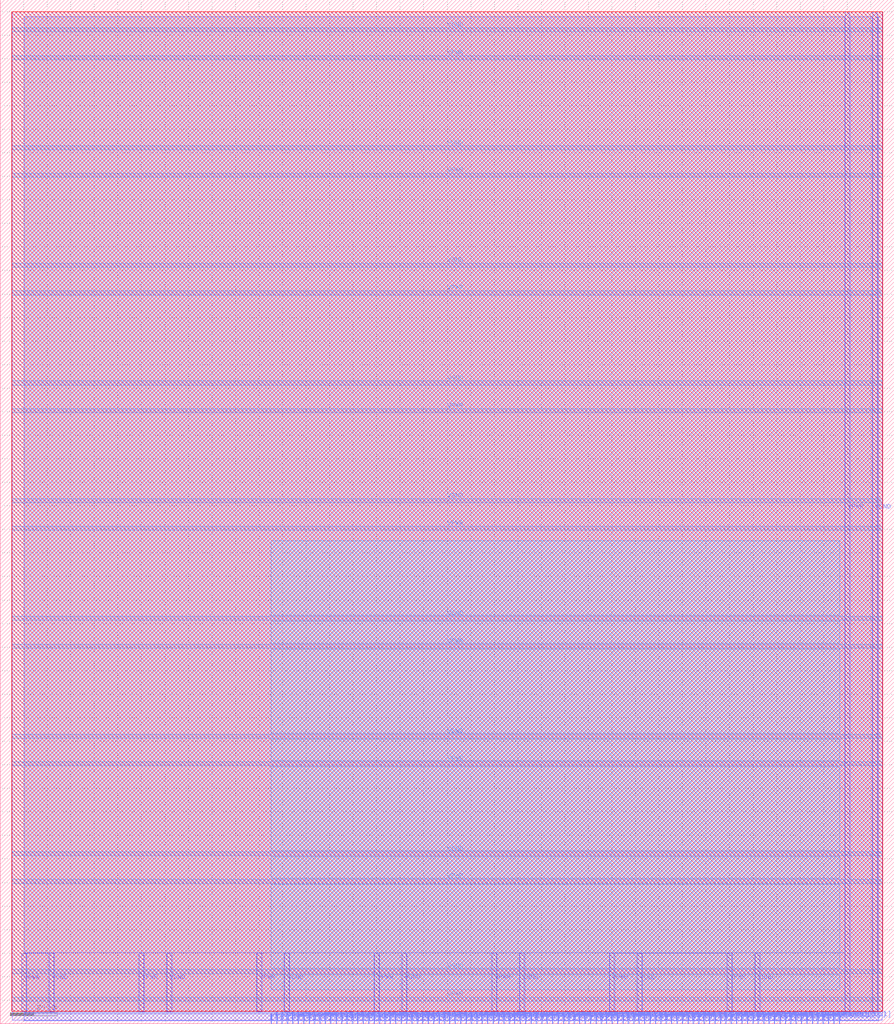
<source format=lef>
VERSION 5.7 ;
  NOWIREEXTENSIONATPIN ON ;
  DIVIDERCHAR "/" ;
  BUSBITCHARS "[]" ;
MACRO SRAM_1024x32_wb_wrapper
  CLASS BLOCK ;
  FOREIGN SRAM_1024x32_wb_wrapper ;
  ORIGIN 0.000 0.000 ;
  SIZE 380.000 BY 435.000 ;
  PIN VGND
    DIRECTION INOUT ;
    USE GROUND ;
    PORT
      LAYER met2 ;
        RECT 20.940 5.200 22.700 29.860 ;
    END
    PORT
      LAYER met2 ;
        RECT 70.940 5.200 72.700 29.860 ;
    END
    PORT
      LAYER met2 ;
        RECT 120.940 5.200 122.700 29.860 ;
    END
    PORT
      LAYER met2 ;
        RECT 170.940 5.200 172.700 29.860 ;
    END
    PORT
      LAYER met2 ;
        RECT 220.940 5.200 222.700 29.860 ;
    END
    PORT
      LAYER met2 ;
        RECT 270.940 5.200 272.700 29.720 ;
    END
    PORT
      LAYER met2 ;
        RECT 320.940 5.200 322.700 29.860 ;
    END
    PORT
      LAYER met2 ;
        RECT 370.940 5.200 372.700 430.000 ;
    END
    PORT
      LAYER met3 ;
        RECT 4.820 21.320 375.140 23.080 ;
    END
    PORT
      LAYER met3 ;
        RECT 4.820 71.320 375.140 73.080 ;
    END
    PORT
      LAYER met3 ;
        RECT 4.820 121.320 375.140 123.080 ;
    END
    PORT
      LAYER met3 ;
        RECT 4.820 171.320 375.140 173.080 ;
    END
    PORT
      LAYER met3 ;
        RECT 4.820 221.320 375.140 223.080 ;
    END
    PORT
      LAYER met3 ;
        RECT 4.820 271.320 375.140 273.080 ;
    END
    PORT
      LAYER met3 ;
        RECT 4.820 321.320 375.140 323.080 ;
    END
    PORT
      LAYER met3 ;
        RECT 4.820 371.320 375.140 373.080 ;
    END
    PORT
      LAYER met3 ;
        RECT 4.820 421.320 375.140 423.080 ;
    END
  END VGND
  PIN VPWR
    DIRECTION INOUT ;
    USE POWER ;
    PORT
      LAYER met2 ;
        RECT 9.180 5.200 10.940 29.720 ;
    END
    PORT
      LAYER met2 ;
        RECT 59.180 5.200 60.940 29.860 ;
    END
    PORT
      LAYER met2 ;
        RECT 109.180 5.200 110.940 29.860 ;
    END
    PORT
      LAYER met2 ;
        RECT 159.180 5.200 160.940 29.860 ;
    END
    PORT
      LAYER met2 ;
        RECT 209.180 5.200 210.940 29.860 ;
    END
    PORT
      LAYER met2 ;
        RECT 259.180 5.200 260.940 29.860 ;
    END
    PORT
      LAYER met2 ;
        RECT 309.180 5.200 310.940 29.860 ;
    END
    PORT
      LAYER met2 ;
        RECT 359.180 5.200 360.940 430.000 ;
    END
    PORT
      LAYER met3 ;
        RECT 4.820 9.560 375.140 11.320 ;
    END
    PORT
      LAYER met3 ;
        RECT 4.820 59.560 375.140 61.320 ;
    END
    PORT
      LAYER met3 ;
        RECT 4.820 109.560 375.140 111.320 ;
    END
    PORT
      LAYER met3 ;
        RECT 4.820 159.560 375.140 161.320 ;
    END
    PORT
      LAYER met3 ;
        RECT 4.820 209.560 375.140 211.320 ;
    END
    PORT
      LAYER met3 ;
        RECT 4.820 259.560 375.140 261.320 ;
    END
    PORT
      LAYER met3 ;
        RECT 4.820 309.560 375.140 311.320 ;
    END
    PORT
      LAYER met3 ;
        RECT 4.820 359.560 375.140 361.320 ;
    END
    PORT
      LAYER met3 ;
        RECT 4.820 409.560 375.140 411.320 ;
    END
  END VPWR
  PIN wb_clk_i
    DIRECTION INPUT ;
    USE SIGNAL ;
    ANTENNAGATEAREA 0.852000 ;
    ANTENNADIFFAREA 0.434700 ;
    PORT
      LAYER met2 ;
        RECT 115.090 0.000 115.370 4.000 ;
    END
  END wb_clk_i
  PIN wb_rst_i
    DIRECTION INPUT ;
    USE SIGNAL ;
    ANTENNAGATEAREA 0.196500 ;
    PORT
      LAYER met2 ;
        RECT 117.390 0.000 117.670 4.000 ;
    END
  END wb_rst_i
  PIN wbs_ack_o
    DIRECTION OUTPUT ;
    USE SIGNAL ;
    ANTENNADIFFAREA 2.673000 ;
    PORT
      LAYER met2 ;
        RECT 119.690 0.000 119.970 4.000 ;
    END
  END wbs_ack_o
  PIN wbs_adr_i[0]
    DIRECTION INPUT ;
    USE SIGNAL ;
    PORT
      LAYER met2 ;
        RECT 128.890 0.000 129.170 4.000 ;
    END
  END wbs_adr_i[0]
  PIN wbs_adr_i[10]
    DIRECTION INPUT ;
    USE SIGNAL ;
    ANTENNAGATEAREA 0.126000 ;
    PORT
      LAYER met2 ;
        RECT 207.090 0.000 207.370 4.000 ;
    END
  END wbs_adr_i[10]
  PIN wbs_adr_i[11]
    DIRECTION INPUT ;
    USE SIGNAL ;
    ANTENNAGATEAREA 0.126000 ;
    PORT
      LAYER met2 ;
        RECT 213.990 0.000 214.270 4.000 ;
    END
  END wbs_adr_i[11]
  PIN wbs_adr_i[12]
    DIRECTION INPUT ;
    USE SIGNAL ;
    PORT
      LAYER met2 ;
        RECT 220.890 0.000 221.170 4.000 ;
    END
  END wbs_adr_i[12]
  PIN wbs_adr_i[13]
    DIRECTION INPUT ;
    USE SIGNAL ;
    PORT
      LAYER met2 ;
        RECT 227.790 0.000 228.070 4.000 ;
    END
  END wbs_adr_i[13]
  PIN wbs_adr_i[14]
    DIRECTION INPUT ;
    USE SIGNAL ;
    PORT
      LAYER met2 ;
        RECT 234.690 0.000 234.970 4.000 ;
    END
  END wbs_adr_i[14]
  PIN wbs_adr_i[15]
    DIRECTION INPUT ;
    USE SIGNAL ;
    PORT
      LAYER met2 ;
        RECT 241.590 0.000 241.870 4.000 ;
    END
  END wbs_adr_i[15]
  PIN wbs_adr_i[16]
    DIRECTION INPUT ;
    USE SIGNAL ;
    PORT
      LAYER met2 ;
        RECT 248.490 0.000 248.770 4.000 ;
    END
  END wbs_adr_i[16]
  PIN wbs_adr_i[17]
    DIRECTION INPUT ;
    USE SIGNAL ;
    PORT
      LAYER met2 ;
        RECT 255.390 0.000 255.670 4.000 ;
    END
  END wbs_adr_i[17]
  PIN wbs_adr_i[18]
    DIRECTION INPUT ;
    USE SIGNAL ;
    PORT
      LAYER met2 ;
        RECT 262.290 0.000 262.570 4.000 ;
    END
  END wbs_adr_i[18]
  PIN wbs_adr_i[19]
    DIRECTION INPUT ;
    USE SIGNAL ;
    PORT
      LAYER met2 ;
        RECT 269.190 0.000 269.470 4.000 ;
    END
  END wbs_adr_i[19]
  PIN wbs_adr_i[1]
    DIRECTION INPUT ;
    USE SIGNAL ;
    PORT
      LAYER met2 ;
        RECT 138.090 0.000 138.370 4.000 ;
    END
  END wbs_adr_i[1]
  PIN wbs_adr_i[20]
    DIRECTION INPUT ;
    USE SIGNAL ;
    PORT
      LAYER met2 ;
        RECT 276.090 0.000 276.370 4.000 ;
    END
  END wbs_adr_i[20]
  PIN wbs_adr_i[21]
    DIRECTION INPUT ;
    USE SIGNAL ;
    PORT
      LAYER met2 ;
        RECT 282.990 0.000 283.270 4.000 ;
    END
  END wbs_adr_i[21]
  PIN wbs_adr_i[22]
    DIRECTION INPUT ;
    USE SIGNAL ;
    PORT
      LAYER met2 ;
        RECT 289.890 0.000 290.170 4.000 ;
    END
  END wbs_adr_i[22]
  PIN wbs_adr_i[23]
    DIRECTION INPUT ;
    USE SIGNAL ;
    PORT
      LAYER met2 ;
        RECT 296.790 0.000 297.070 4.000 ;
    END
  END wbs_adr_i[23]
  PIN wbs_adr_i[24]
    DIRECTION INPUT ;
    USE SIGNAL ;
    PORT
      LAYER met2 ;
        RECT 303.690 0.000 303.970 4.000 ;
    END
  END wbs_adr_i[24]
  PIN wbs_adr_i[25]
    DIRECTION INPUT ;
    USE SIGNAL ;
    PORT
      LAYER met2 ;
        RECT 310.590 0.000 310.870 4.000 ;
    END
  END wbs_adr_i[25]
  PIN wbs_adr_i[26]
    DIRECTION INPUT ;
    USE SIGNAL ;
    PORT
      LAYER met2 ;
        RECT 317.490 0.000 317.770 4.000 ;
    END
  END wbs_adr_i[26]
  PIN wbs_adr_i[27]
    DIRECTION INPUT ;
    USE SIGNAL ;
    PORT
      LAYER met2 ;
        RECT 324.390 0.000 324.670 4.000 ;
    END
  END wbs_adr_i[27]
  PIN wbs_adr_i[28]
    DIRECTION INPUT ;
    USE SIGNAL ;
    PORT
      LAYER met2 ;
        RECT 331.290 0.000 331.570 4.000 ;
    END
  END wbs_adr_i[28]
  PIN wbs_adr_i[29]
    DIRECTION INPUT ;
    USE SIGNAL ;
    PORT
      LAYER met2 ;
        RECT 338.190 0.000 338.470 4.000 ;
    END
  END wbs_adr_i[29]
  PIN wbs_adr_i[2]
    DIRECTION INPUT ;
    USE SIGNAL ;
    ANTENNAGATEAREA 0.126000 ;
    PORT
      LAYER met2 ;
        RECT 147.290 0.000 147.570 4.000 ;
    END
  END wbs_adr_i[2]
  PIN wbs_adr_i[30]
    DIRECTION INPUT ;
    USE SIGNAL ;
    PORT
      LAYER met2 ;
        RECT 345.090 0.000 345.370 4.000 ;
    END
  END wbs_adr_i[30]
  PIN wbs_adr_i[31]
    DIRECTION INPUT ;
    USE SIGNAL ;
    PORT
      LAYER met2 ;
        RECT 351.990 0.000 352.270 4.000 ;
    END
  END wbs_adr_i[31]
  PIN wbs_adr_i[3]
    DIRECTION INPUT ;
    USE SIGNAL ;
    ANTENNAGATEAREA 0.126000 ;
    PORT
      LAYER met2 ;
        RECT 156.490 0.000 156.770 4.000 ;
    END
  END wbs_adr_i[3]
  PIN wbs_adr_i[4]
    DIRECTION INPUT ;
    USE SIGNAL ;
    ANTENNAGATEAREA 0.126000 ;
    PORT
      LAYER met2 ;
        RECT 165.690 0.000 165.970 4.000 ;
    END
  END wbs_adr_i[4]
  PIN wbs_adr_i[5]
    DIRECTION INPUT ;
    USE SIGNAL ;
    ANTENNAGATEAREA 0.126000 ;
    PORT
      LAYER met2 ;
        RECT 172.590 0.000 172.870 4.000 ;
    END
  END wbs_adr_i[5]
  PIN wbs_adr_i[6]
    DIRECTION INPUT ;
    USE SIGNAL ;
    ANTENNAGATEAREA 0.126000 ;
    PORT
      LAYER met2 ;
        RECT 179.490 0.000 179.770 4.000 ;
    END
  END wbs_adr_i[6]
  PIN wbs_adr_i[7]
    DIRECTION INPUT ;
    USE SIGNAL ;
    ANTENNAGATEAREA 0.126000 ;
    PORT
      LAYER met2 ;
        RECT 186.390 0.000 186.670 4.000 ;
    END
  END wbs_adr_i[7]
  PIN wbs_adr_i[8]
    DIRECTION INPUT ;
    USE SIGNAL ;
    ANTENNAGATEAREA 0.126000 ;
    PORT
      LAYER met2 ;
        RECT 193.290 0.000 193.570 4.000 ;
    END
  END wbs_adr_i[8]
  PIN wbs_adr_i[9]
    DIRECTION INPUT ;
    USE SIGNAL ;
    ANTENNAGATEAREA 0.126000 ;
    PORT
      LAYER met2 ;
        RECT 200.190 0.000 200.470 4.000 ;
    END
  END wbs_adr_i[9]
  PIN wbs_cyc_i
    DIRECTION INPUT ;
    USE SIGNAL ;
    ANTENNAGATEAREA 0.126000 ;
    PORT
      LAYER met2 ;
        RECT 121.990 0.000 122.270 4.000 ;
    END
  END wbs_cyc_i
  PIN wbs_dat_i[0]
    DIRECTION INPUT ;
    USE SIGNAL ;
    ANTENNAGATEAREA 0.126000 ;
    PORT
      LAYER met2 ;
        RECT 131.190 0.000 131.470 4.000 ;
    END
  END wbs_dat_i[0]
  PIN wbs_dat_i[10]
    DIRECTION INPUT ;
    USE SIGNAL ;
    ANTENNAGATEAREA 0.126000 ;
    PORT
      LAYER met2 ;
        RECT 209.390 0.000 209.670 4.000 ;
    END
  END wbs_dat_i[10]
  PIN wbs_dat_i[11]
    DIRECTION INPUT ;
    USE SIGNAL ;
    ANTENNAGATEAREA 0.126000 ;
    PORT
      LAYER met2 ;
        RECT 216.290 0.000 216.570 4.000 ;
    END
  END wbs_dat_i[11]
  PIN wbs_dat_i[12]
    DIRECTION INPUT ;
    USE SIGNAL ;
    ANTENNAGATEAREA 0.126000 ;
    PORT
      LAYER met2 ;
        RECT 223.190 0.000 223.470 4.000 ;
    END
  END wbs_dat_i[12]
  PIN wbs_dat_i[13]
    DIRECTION INPUT ;
    USE SIGNAL ;
    ANTENNAGATEAREA 0.126000 ;
    PORT
      LAYER met2 ;
        RECT 230.090 0.000 230.370 4.000 ;
    END
  END wbs_dat_i[13]
  PIN wbs_dat_i[14]
    DIRECTION INPUT ;
    USE SIGNAL ;
    ANTENNAGATEAREA 0.126000 ;
    PORT
      LAYER met2 ;
        RECT 236.990 0.000 237.270 4.000 ;
    END
  END wbs_dat_i[14]
  PIN wbs_dat_i[15]
    DIRECTION INPUT ;
    USE SIGNAL ;
    ANTENNAGATEAREA 0.126000 ;
    PORT
      LAYER met2 ;
        RECT 243.890 0.000 244.170 4.000 ;
    END
  END wbs_dat_i[15]
  PIN wbs_dat_i[16]
    DIRECTION INPUT ;
    USE SIGNAL ;
    ANTENNAGATEAREA 0.126000 ;
    PORT
      LAYER met2 ;
        RECT 250.790 0.000 251.070 4.000 ;
    END
  END wbs_dat_i[16]
  PIN wbs_dat_i[17]
    DIRECTION INPUT ;
    USE SIGNAL ;
    ANTENNAGATEAREA 0.126000 ;
    PORT
      LAYER met2 ;
        RECT 257.690 0.000 257.970 4.000 ;
    END
  END wbs_dat_i[17]
  PIN wbs_dat_i[18]
    DIRECTION INPUT ;
    USE SIGNAL ;
    ANTENNAGATEAREA 0.126000 ;
    PORT
      LAYER met2 ;
        RECT 264.590 0.000 264.870 4.000 ;
    END
  END wbs_dat_i[18]
  PIN wbs_dat_i[19]
    DIRECTION INPUT ;
    USE SIGNAL ;
    ANTENNAGATEAREA 0.126000 ;
    PORT
      LAYER met2 ;
        RECT 271.490 0.000 271.770 4.000 ;
    END
  END wbs_dat_i[19]
  PIN wbs_dat_i[1]
    DIRECTION INPUT ;
    USE SIGNAL ;
    ANTENNAGATEAREA 0.126000 ;
    PORT
      LAYER met2 ;
        RECT 140.390 0.000 140.670 4.000 ;
    END
  END wbs_dat_i[1]
  PIN wbs_dat_i[20]
    DIRECTION INPUT ;
    USE SIGNAL ;
    ANTENNAGATEAREA 0.126000 ;
    PORT
      LAYER met2 ;
        RECT 278.390 0.000 278.670 4.000 ;
    END
  END wbs_dat_i[20]
  PIN wbs_dat_i[21]
    DIRECTION INPUT ;
    USE SIGNAL ;
    ANTENNAGATEAREA 0.126000 ;
    PORT
      LAYER met2 ;
        RECT 285.290 0.000 285.570 4.000 ;
    END
  END wbs_dat_i[21]
  PIN wbs_dat_i[22]
    DIRECTION INPUT ;
    USE SIGNAL ;
    ANTENNAGATEAREA 0.126000 ;
    PORT
      LAYER met2 ;
        RECT 292.190 0.000 292.470 4.000 ;
    END
  END wbs_dat_i[22]
  PIN wbs_dat_i[23]
    DIRECTION INPUT ;
    USE SIGNAL ;
    ANTENNAGATEAREA 0.126000 ;
    PORT
      LAYER met2 ;
        RECT 299.090 0.000 299.370 4.000 ;
    END
  END wbs_dat_i[23]
  PIN wbs_dat_i[24]
    DIRECTION INPUT ;
    USE SIGNAL ;
    ANTENNAGATEAREA 0.126000 ;
    PORT
      LAYER met2 ;
        RECT 305.990 0.000 306.270 4.000 ;
    END
  END wbs_dat_i[24]
  PIN wbs_dat_i[25]
    DIRECTION INPUT ;
    USE SIGNAL ;
    ANTENNAGATEAREA 0.126000 ;
    PORT
      LAYER met2 ;
        RECT 312.890 0.000 313.170 4.000 ;
    END
  END wbs_dat_i[25]
  PIN wbs_dat_i[26]
    DIRECTION INPUT ;
    USE SIGNAL ;
    ANTENNAGATEAREA 0.126000 ;
    PORT
      LAYER met2 ;
        RECT 319.790 0.000 320.070 4.000 ;
    END
  END wbs_dat_i[26]
  PIN wbs_dat_i[27]
    DIRECTION INPUT ;
    USE SIGNAL ;
    ANTENNAGATEAREA 0.126000 ;
    PORT
      LAYER met2 ;
        RECT 326.690 0.000 326.970 4.000 ;
    END
  END wbs_dat_i[27]
  PIN wbs_dat_i[28]
    DIRECTION INPUT ;
    USE SIGNAL ;
    ANTENNAGATEAREA 0.126000 ;
    PORT
      LAYER met2 ;
        RECT 333.590 0.000 333.870 4.000 ;
    END
  END wbs_dat_i[28]
  PIN wbs_dat_i[29]
    DIRECTION INPUT ;
    USE SIGNAL ;
    ANTENNAGATEAREA 0.126000 ;
    PORT
      LAYER met2 ;
        RECT 340.490 0.000 340.770 4.000 ;
    END
  END wbs_dat_i[29]
  PIN wbs_dat_i[2]
    DIRECTION INPUT ;
    USE SIGNAL ;
    ANTENNAGATEAREA 0.126000 ;
    PORT
      LAYER met2 ;
        RECT 149.590 0.000 149.870 4.000 ;
    END
  END wbs_dat_i[2]
  PIN wbs_dat_i[30]
    DIRECTION INPUT ;
    USE SIGNAL ;
    ANTENNAGATEAREA 0.126000 ;
    PORT
      LAYER met2 ;
        RECT 347.390 0.000 347.670 4.000 ;
    END
  END wbs_dat_i[30]
  PIN wbs_dat_i[31]
    DIRECTION INPUT ;
    USE SIGNAL ;
    ANTENNAGATEAREA 0.126000 ;
    PORT
      LAYER met2 ;
        RECT 354.290 0.000 354.570 4.000 ;
    END
  END wbs_dat_i[31]
  PIN wbs_dat_i[3]
    DIRECTION INPUT ;
    USE SIGNAL ;
    ANTENNAGATEAREA 0.126000 ;
    PORT
      LAYER met2 ;
        RECT 158.790 0.000 159.070 4.000 ;
    END
  END wbs_dat_i[3]
  PIN wbs_dat_i[4]
    DIRECTION INPUT ;
    USE SIGNAL ;
    ANTENNAGATEAREA 0.126000 ;
    PORT
      LAYER met2 ;
        RECT 167.990 0.000 168.270 4.000 ;
    END
  END wbs_dat_i[4]
  PIN wbs_dat_i[5]
    DIRECTION INPUT ;
    USE SIGNAL ;
    ANTENNAGATEAREA 0.126000 ;
    PORT
      LAYER met2 ;
        RECT 174.890 0.000 175.170 4.000 ;
    END
  END wbs_dat_i[5]
  PIN wbs_dat_i[6]
    DIRECTION INPUT ;
    USE SIGNAL ;
    ANTENNAGATEAREA 0.126000 ;
    PORT
      LAYER met2 ;
        RECT 181.790 0.000 182.070 4.000 ;
    END
  END wbs_dat_i[6]
  PIN wbs_dat_i[7]
    DIRECTION INPUT ;
    USE SIGNAL ;
    ANTENNAGATEAREA 0.126000 ;
    PORT
      LAYER met2 ;
        RECT 188.690 0.000 188.970 4.000 ;
    END
  END wbs_dat_i[7]
  PIN wbs_dat_i[8]
    DIRECTION INPUT ;
    USE SIGNAL ;
    ANTENNAGATEAREA 0.126000 ;
    PORT
      LAYER met2 ;
        RECT 195.590 0.000 195.870 4.000 ;
    END
  END wbs_dat_i[8]
  PIN wbs_dat_i[9]
    DIRECTION INPUT ;
    USE SIGNAL ;
    ANTENNAGATEAREA 0.126000 ;
    PORT
      LAYER met2 ;
        RECT 202.490 0.000 202.770 4.000 ;
    END
  END wbs_dat_i[9]
  PIN wbs_dat_o[0]
    DIRECTION OUTPUT ;
    USE SIGNAL ;
    ANTENNADIFFAREA 2.673000 ;
    PORT
      LAYER met2 ;
        RECT 133.490 0.000 133.770 4.000 ;
    END
  END wbs_dat_o[0]
  PIN wbs_dat_o[10]
    DIRECTION OUTPUT ;
    USE SIGNAL ;
    ANTENNADIFFAREA 2.673000 ;
    PORT
      LAYER met2 ;
        RECT 211.690 0.000 211.970 4.000 ;
    END
  END wbs_dat_o[10]
  PIN wbs_dat_o[11]
    DIRECTION OUTPUT ;
    USE SIGNAL ;
    ANTENNADIFFAREA 2.673000 ;
    PORT
      LAYER met2 ;
        RECT 218.590 0.000 218.870 4.000 ;
    END
  END wbs_dat_o[11]
  PIN wbs_dat_o[12]
    DIRECTION OUTPUT ;
    USE SIGNAL ;
    ANTENNADIFFAREA 2.673000 ;
    PORT
      LAYER met2 ;
        RECT 225.490 0.000 225.770 4.000 ;
    END
  END wbs_dat_o[12]
  PIN wbs_dat_o[13]
    DIRECTION OUTPUT ;
    USE SIGNAL ;
    ANTENNADIFFAREA 2.673000 ;
    PORT
      LAYER met2 ;
        RECT 232.390 0.000 232.670 4.000 ;
    END
  END wbs_dat_o[13]
  PIN wbs_dat_o[14]
    DIRECTION OUTPUT ;
    USE SIGNAL ;
    ANTENNADIFFAREA 2.673000 ;
    PORT
      LAYER met2 ;
        RECT 239.290 0.000 239.570 4.000 ;
    END
  END wbs_dat_o[14]
  PIN wbs_dat_o[15]
    DIRECTION OUTPUT ;
    USE SIGNAL ;
    ANTENNADIFFAREA 2.673000 ;
    PORT
      LAYER met2 ;
        RECT 246.190 0.000 246.470 4.000 ;
    END
  END wbs_dat_o[15]
  PIN wbs_dat_o[16]
    DIRECTION OUTPUT ;
    USE SIGNAL ;
    ANTENNADIFFAREA 2.673000 ;
    PORT
      LAYER met2 ;
        RECT 253.090 0.000 253.370 4.000 ;
    END
  END wbs_dat_o[16]
  PIN wbs_dat_o[17]
    DIRECTION OUTPUT ;
    USE SIGNAL ;
    ANTENNADIFFAREA 2.673000 ;
    PORT
      LAYER met2 ;
        RECT 259.990 0.000 260.270 4.000 ;
    END
  END wbs_dat_o[17]
  PIN wbs_dat_o[18]
    DIRECTION OUTPUT ;
    USE SIGNAL ;
    ANTENNADIFFAREA 2.673000 ;
    PORT
      LAYER met2 ;
        RECT 266.890 0.000 267.170 4.000 ;
    END
  END wbs_dat_o[18]
  PIN wbs_dat_o[19]
    DIRECTION OUTPUT ;
    USE SIGNAL ;
    ANTENNADIFFAREA 2.673000 ;
    PORT
      LAYER met2 ;
        RECT 273.790 0.000 274.070 4.000 ;
    END
  END wbs_dat_o[19]
  PIN wbs_dat_o[1]
    DIRECTION OUTPUT ;
    USE SIGNAL ;
    ANTENNADIFFAREA 2.673000 ;
    PORT
      LAYER met2 ;
        RECT 142.690 0.000 142.970 4.000 ;
    END
  END wbs_dat_o[1]
  PIN wbs_dat_o[20]
    DIRECTION OUTPUT ;
    USE SIGNAL ;
    ANTENNADIFFAREA 2.673000 ;
    PORT
      LAYER met2 ;
        RECT 280.690 0.000 280.970 4.000 ;
    END
  END wbs_dat_o[20]
  PIN wbs_dat_o[21]
    DIRECTION OUTPUT ;
    USE SIGNAL ;
    ANTENNADIFFAREA 2.673000 ;
    PORT
      LAYER met2 ;
        RECT 287.590 0.000 287.870 4.000 ;
    END
  END wbs_dat_o[21]
  PIN wbs_dat_o[22]
    DIRECTION OUTPUT ;
    USE SIGNAL ;
    ANTENNADIFFAREA 2.673000 ;
    PORT
      LAYER met2 ;
        RECT 294.490 0.000 294.770 4.000 ;
    END
  END wbs_dat_o[22]
  PIN wbs_dat_o[23]
    DIRECTION OUTPUT ;
    USE SIGNAL ;
    ANTENNADIFFAREA 2.673000 ;
    PORT
      LAYER met2 ;
        RECT 301.390 0.000 301.670 4.000 ;
    END
  END wbs_dat_o[23]
  PIN wbs_dat_o[24]
    DIRECTION OUTPUT ;
    USE SIGNAL ;
    ANTENNADIFFAREA 2.673000 ;
    PORT
      LAYER met2 ;
        RECT 308.290 0.000 308.570 4.000 ;
    END
  END wbs_dat_o[24]
  PIN wbs_dat_o[25]
    DIRECTION OUTPUT ;
    USE SIGNAL ;
    ANTENNADIFFAREA 2.673000 ;
    PORT
      LAYER met2 ;
        RECT 315.190 0.000 315.470 4.000 ;
    END
  END wbs_dat_o[25]
  PIN wbs_dat_o[26]
    DIRECTION OUTPUT ;
    USE SIGNAL ;
    ANTENNADIFFAREA 2.673000 ;
    PORT
      LAYER met2 ;
        RECT 322.090 0.000 322.370 4.000 ;
    END
  END wbs_dat_o[26]
  PIN wbs_dat_o[27]
    DIRECTION OUTPUT ;
    USE SIGNAL ;
    ANTENNADIFFAREA 2.673000 ;
    PORT
      LAYER met2 ;
        RECT 328.990 0.000 329.270 4.000 ;
    END
  END wbs_dat_o[27]
  PIN wbs_dat_o[28]
    DIRECTION OUTPUT ;
    USE SIGNAL ;
    ANTENNADIFFAREA 2.673000 ;
    PORT
      LAYER met2 ;
        RECT 335.890 0.000 336.170 4.000 ;
    END
  END wbs_dat_o[28]
  PIN wbs_dat_o[29]
    DIRECTION OUTPUT ;
    USE SIGNAL ;
    ANTENNADIFFAREA 2.673000 ;
    PORT
      LAYER met2 ;
        RECT 342.790 0.000 343.070 4.000 ;
    END
  END wbs_dat_o[29]
  PIN wbs_dat_o[2]
    DIRECTION OUTPUT ;
    USE SIGNAL ;
    ANTENNADIFFAREA 2.673000 ;
    PORT
      LAYER met2 ;
        RECT 151.890 0.000 152.170 4.000 ;
    END
  END wbs_dat_o[2]
  PIN wbs_dat_o[30]
    DIRECTION OUTPUT ;
    USE SIGNAL ;
    ANTENNADIFFAREA 2.673000 ;
    PORT
      LAYER met2 ;
        RECT 349.690 0.000 349.970 4.000 ;
    END
  END wbs_dat_o[30]
  PIN wbs_dat_o[31]
    DIRECTION OUTPUT ;
    USE SIGNAL ;
    ANTENNADIFFAREA 2.673000 ;
    PORT
      LAYER met2 ;
        RECT 356.590 0.000 356.870 4.000 ;
    END
  END wbs_dat_o[31]
  PIN wbs_dat_o[3]
    DIRECTION OUTPUT ;
    USE SIGNAL ;
    ANTENNADIFFAREA 2.673000 ;
    PORT
      LAYER met2 ;
        RECT 161.090 0.000 161.370 4.000 ;
    END
  END wbs_dat_o[3]
  PIN wbs_dat_o[4]
    DIRECTION OUTPUT ;
    USE SIGNAL ;
    ANTENNADIFFAREA 2.673000 ;
    PORT
      LAYER met2 ;
        RECT 170.290 0.000 170.570 4.000 ;
    END
  END wbs_dat_o[4]
  PIN wbs_dat_o[5]
    DIRECTION OUTPUT ;
    USE SIGNAL ;
    ANTENNADIFFAREA 2.673000 ;
    PORT
      LAYER met2 ;
        RECT 177.190 0.000 177.470 4.000 ;
    END
  END wbs_dat_o[5]
  PIN wbs_dat_o[6]
    DIRECTION OUTPUT ;
    USE SIGNAL ;
    ANTENNADIFFAREA 2.673000 ;
    PORT
      LAYER met2 ;
        RECT 184.090 0.000 184.370 4.000 ;
    END
  END wbs_dat_o[6]
  PIN wbs_dat_o[7]
    DIRECTION OUTPUT ;
    USE SIGNAL ;
    ANTENNADIFFAREA 2.673000 ;
    PORT
      LAYER met2 ;
        RECT 190.990 0.000 191.270 4.000 ;
    END
  END wbs_dat_o[7]
  PIN wbs_dat_o[8]
    DIRECTION OUTPUT ;
    USE SIGNAL ;
    ANTENNADIFFAREA 2.673000 ;
    PORT
      LAYER met2 ;
        RECT 197.890 0.000 198.170 4.000 ;
    END
  END wbs_dat_o[8]
  PIN wbs_dat_o[9]
    DIRECTION OUTPUT ;
    USE SIGNAL ;
    ANTENNADIFFAREA 2.673000 ;
    PORT
      LAYER met2 ;
        RECT 204.790 0.000 205.070 4.000 ;
    END
  END wbs_dat_o[9]
  PIN wbs_sel_i[0]
    DIRECTION INPUT ;
    USE SIGNAL ;
    ANTENNAGATEAREA 0.126000 ;
    PORT
      LAYER met2 ;
        RECT 135.790 0.000 136.070 4.000 ;
    END
  END wbs_sel_i[0]
  PIN wbs_sel_i[1]
    DIRECTION INPUT ;
    USE SIGNAL ;
    ANTENNAGATEAREA 0.126000 ;
    PORT
      LAYER met2 ;
        RECT 144.990 0.000 145.270 4.000 ;
    END
  END wbs_sel_i[1]
  PIN wbs_sel_i[2]
    DIRECTION INPUT ;
    USE SIGNAL ;
    ANTENNAGATEAREA 0.126000 ;
    PORT
      LAYER met2 ;
        RECT 154.190 0.000 154.470 4.000 ;
    END
  END wbs_sel_i[2]
  PIN wbs_sel_i[3]
    DIRECTION INPUT ;
    USE SIGNAL ;
    ANTENNAGATEAREA 0.126000 ;
    PORT
      LAYER met2 ;
        RECT 163.390 0.000 163.670 4.000 ;
    END
  END wbs_sel_i[3]
  PIN wbs_stb_i
    DIRECTION INPUT ;
    USE SIGNAL ;
    ANTENNAGATEAREA 0.126000 ;
    PORT
      LAYER met2 ;
        RECT 124.290 0.000 124.570 4.000 ;
    END
  END wbs_stb_i
  PIN wbs_we_i
    DIRECTION INPUT ;
    USE SIGNAL ;
    ANTENNAGATEAREA 0.126000 ;
    PORT
      LAYER met2 ;
        RECT 126.590 0.000 126.870 4.000 ;
    END
  END wbs_we_i
  OBS
      LAYER nwell ;
        RECT 4.870 5.355 375.090 429.845 ;
      LAYER li1 ;
        RECT 5.060 5.355 374.900 429.845 ;
      LAYER met1 ;
        RECT 5.060 1.400 374.900 430.000 ;
      LAYER met2 ;
        RECT 10.100 30.140 358.900 427.870 ;
        RECT 10.100 30.000 20.660 30.140 ;
        RECT 11.220 4.920 20.660 30.000 ;
        RECT 22.980 4.920 58.900 30.140 ;
        RECT 61.220 4.920 70.660 30.140 ;
        RECT 72.980 4.920 108.900 30.140 ;
        RECT 111.220 4.920 120.660 30.140 ;
        RECT 122.980 4.920 158.900 30.140 ;
        RECT 161.220 4.920 170.660 30.140 ;
        RECT 172.980 4.920 208.900 30.140 ;
        RECT 211.220 4.920 220.660 30.140 ;
        RECT 222.980 4.920 258.900 30.140 ;
        RECT 261.220 30.000 308.900 30.140 ;
        RECT 261.220 4.920 270.660 30.000 ;
        RECT 272.980 4.920 308.900 30.000 ;
        RECT 311.220 4.920 320.660 30.140 ;
        RECT 322.980 4.920 358.900 30.140 ;
        RECT 361.220 4.920 370.660 427.870 ;
        RECT 372.980 4.920 373.420 427.870 ;
        RECT 10.100 4.280 373.420 4.920 ;
        RECT 10.100 1.370 114.810 4.280 ;
        RECT 115.650 1.370 117.110 4.280 ;
        RECT 117.950 1.370 119.410 4.280 ;
        RECT 120.250 1.370 121.710 4.280 ;
        RECT 122.550 1.370 124.010 4.280 ;
        RECT 124.850 1.370 126.310 4.280 ;
        RECT 127.150 1.370 128.610 4.280 ;
        RECT 129.450 1.370 130.910 4.280 ;
        RECT 131.750 1.370 133.210 4.280 ;
        RECT 134.050 1.370 135.510 4.280 ;
        RECT 136.350 1.370 137.810 4.280 ;
        RECT 138.650 1.370 140.110 4.280 ;
        RECT 140.950 1.370 142.410 4.280 ;
        RECT 143.250 1.370 144.710 4.280 ;
        RECT 145.550 1.370 147.010 4.280 ;
        RECT 147.850 1.370 149.310 4.280 ;
        RECT 150.150 1.370 151.610 4.280 ;
        RECT 152.450 1.370 153.910 4.280 ;
        RECT 154.750 1.370 156.210 4.280 ;
        RECT 157.050 1.370 158.510 4.280 ;
        RECT 159.350 1.370 160.810 4.280 ;
        RECT 161.650 1.370 163.110 4.280 ;
        RECT 163.950 1.370 165.410 4.280 ;
        RECT 166.250 1.370 167.710 4.280 ;
        RECT 168.550 1.370 170.010 4.280 ;
        RECT 170.850 1.370 172.310 4.280 ;
        RECT 173.150 1.370 174.610 4.280 ;
        RECT 175.450 1.370 176.910 4.280 ;
        RECT 177.750 1.370 179.210 4.280 ;
        RECT 180.050 1.370 181.510 4.280 ;
        RECT 182.350 1.370 183.810 4.280 ;
        RECT 184.650 1.370 186.110 4.280 ;
        RECT 186.950 1.370 188.410 4.280 ;
        RECT 189.250 1.370 190.710 4.280 ;
        RECT 191.550 1.370 193.010 4.280 ;
        RECT 193.850 1.370 195.310 4.280 ;
        RECT 196.150 1.370 197.610 4.280 ;
        RECT 198.450 1.370 199.910 4.280 ;
        RECT 200.750 1.370 202.210 4.280 ;
        RECT 203.050 1.370 204.510 4.280 ;
        RECT 205.350 1.370 206.810 4.280 ;
        RECT 207.650 1.370 209.110 4.280 ;
        RECT 209.950 1.370 211.410 4.280 ;
        RECT 212.250 1.370 213.710 4.280 ;
        RECT 214.550 1.370 216.010 4.280 ;
        RECT 216.850 1.370 218.310 4.280 ;
        RECT 219.150 1.370 220.610 4.280 ;
        RECT 221.450 1.370 222.910 4.280 ;
        RECT 223.750 1.370 225.210 4.280 ;
        RECT 226.050 1.370 227.510 4.280 ;
        RECT 228.350 1.370 229.810 4.280 ;
        RECT 230.650 1.370 232.110 4.280 ;
        RECT 232.950 1.370 234.410 4.280 ;
        RECT 235.250 1.370 236.710 4.280 ;
        RECT 237.550 1.370 239.010 4.280 ;
        RECT 239.850 1.370 241.310 4.280 ;
        RECT 242.150 1.370 243.610 4.280 ;
        RECT 244.450 1.370 245.910 4.280 ;
        RECT 246.750 1.370 248.210 4.280 ;
        RECT 249.050 1.370 250.510 4.280 ;
        RECT 251.350 1.370 252.810 4.280 ;
        RECT 253.650 1.370 255.110 4.280 ;
        RECT 255.950 1.370 257.410 4.280 ;
        RECT 258.250 1.370 259.710 4.280 ;
        RECT 260.550 1.370 262.010 4.280 ;
        RECT 262.850 1.370 264.310 4.280 ;
        RECT 265.150 1.370 266.610 4.280 ;
        RECT 267.450 1.370 268.910 4.280 ;
        RECT 269.750 1.370 271.210 4.280 ;
        RECT 272.050 1.370 273.510 4.280 ;
        RECT 274.350 1.370 275.810 4.280 ;
        RECT 276.650 1.370 278.110 4.280 ;
        RECT 278.950 1.370 280.410 4.280 ;
        RECT 281.250 1.370 282.710 4.280 ;
        RECT 283.550 1.370 285.010 4.280 ;
        RECT 285.850 1.370 287.310 4.280 ;
        RECT 288.150 1.370 289.610 4.280 ;
        RECT 290.450 1.370 291.910 4.280 ;
        RECT 292.750 1.370 294.210 4.280 ;
        RECT 295.050 1.370 296.510 4.280 ;
        RECT 297.350 1.370 298.810 4.280 ;
        RECT 299.650 1.370 301.110 4.280 ;
        RECT 301.950 1.370 303.410 4.280 ;
        RECT 304.250 1.370 305.710 4.280 ;
        RECT 306.550 1.370 308.010 4.280 ;
        RECT 308.850 1.370 310.310 4.280 ;
        RECT 311.150 1.370 312.610 4.280 ;
        RECT 313.450 1.370 314.910 4.280 ;
        RECT 315.750 1.370 317.210 4.280 ;
        RECT 318.050 1.370 319.510 4.280 ;
        RECT 320.350 1.370 321.810 4.280 ;
        RECT 322.650 1.370 324.110 4.280 ;
        RECT 324.950 1.370 326.410 4.280 ;
        RECT 327.250 1.370 328.710 4.280 ;
        RECT 329.550 1.370 331.010 4.280 ;
        RECT 331.850 1.370 333.310 4.280 ;
        RECT 334.150 1.370 335.610 4.280 ;
        RECT 336.450 1.370 337.910 4.280 ;
        RECT 338.750 1.370 340.210 4.280 ;
        RECT 341.050 1.370 342.510 4.280 ;
        RECT 343.350 1.370 344.810 4.280 ;
        RECT 345.650 1.370 347.110 4.280 ;
        RECT 347.950 1.370 349.410 4.280 ;
        RECT 350.250 1.370 351.710 4.280 ;
        RECT 352.550 1.370 354.010 4.280 ;
        RECT 354.850 1.370 356.310 4.280 ;
        RECT 357.150 1.370 373.420 4.280 ;
      LAYER met3 ;
        RECT 115.065 173.480 356.895 205.185 ;
        RECT 115.065 161.720 356.895 170.920 ;
        RECT 115.065 123.480 356.895 159.160 ;
        RECT 115.065 111.720 356.895 120.920 ;
        RECT 115.065 73.480 356.895 109.160 ;
        RECT 115.065 61.720 356.895 70.920 ;
        RECT 115.065 23.480 356.895 59.160 ;
        RECT 115.065 14.455 356.895 20.920 ;
  END
END SRAM_1024x32_wb_wrapper
END LIBRARY


</source>
